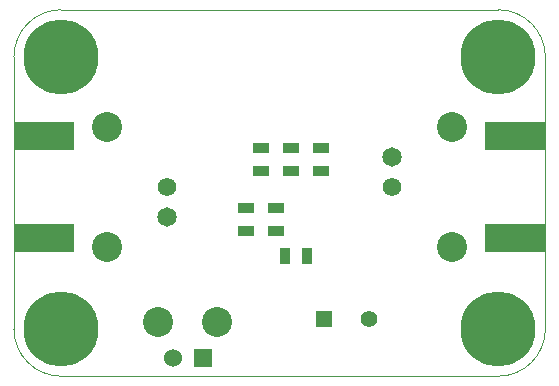
<source format=gbs>
G04 (created by PCBNEW (2013-04-19 BZR 4011)-stable) date 22/05/2013 10:42:45*
%MOIN*%
G04 Gerber Fmt 3.4, Leading zero omitted, Abs format*
%FSLAX34Y34*%
G01*
G70*
G90*
G04 APERTURE LIST*
%ADD10C,0.006*%
%ADD11C,0.00393701*%
%ADD12R,0.055X0.035*%
%ADD13R,0.055X0.055*%
%ADD14C,0.055*%
%ADD15C,0.1*%
%ADD16C,0.25*%
%ADD17R,0.2X0.095*%
%ADD18C,0.062*%
%ADD19C,0.065*%
%ADD20R,0.035X0.055*%
%ADD21R,0.06X0.06*%
%ADD22C,0.06*%
G04 APERTURE END LIST*
G54D10*
G54D11*
X17716Y-10629D02*
X17716Y-1574D01*
X0Y-1574D02*
X0Y-10629D01*
X1574Y-12216D02*
X16141Y-12216D01*
X16141Y0D02*
X1574Y0D01*
X0Y-10641D02*
G75*
G03X1574Y-12216I1574J0D01*
G74*
G01*
X16141Y-12216D02*
G75*
G03X17716Y-10641I0J1574D01*
G74*
G01*
X17716Y-1574D02*
G75*
G03X16141Y0I-1574J0D01*
G74*
G01*
X1574Y0D02*
G75*
G03X0Y-1574I0J-1574D01*
G74*
G01*
G54D12*
X8750Y-7375D03*
X8750Y-6625D03*
X7750Y-7375D03*
X7750Y-6625D03*
X10250Y-4625D03*
X10250Y-5375D03*
X9250Y-4625D03*
X9250Y-5375D03*
X8250Y-4625D03*
X8250Y-5375D03*
G54D13*
X10350Y-10300D03*
G54D14*
X11850Y-10300D03*
G54D15*
X6771Y-10405D03*
X4803Y-10405D03*
G54D16*
X1574Y-10641D03*
X16141Y-1586D03*
X1574Y-1586D03*
G54D17*
X1000Y-4200D03*
X1000Y-7600D03*
G54D18*
X5118Y-5917D03*
G54D19*
X5118Y-6917D03*
G54D15*
X3118Y-7917D03*
X3118Y-3917D03*
G54D17*
X16700Y-4200D03*
X16700Y-7600D03*
G54D16*
X16141Y-10641D03*
G54D18*
X12598Y-5917D03*
G54D19*
X12598Y-4917D03*
G54D15*
X14598Y-3917D03*
X14598Y-7917D03*
G54D20*
X9025Y-8200D03*
X9775Y-8200D03*
G54D21*
X6300Y-11600D03*
G54D22*
X5300Y-11600D03*
M02*

</source>
